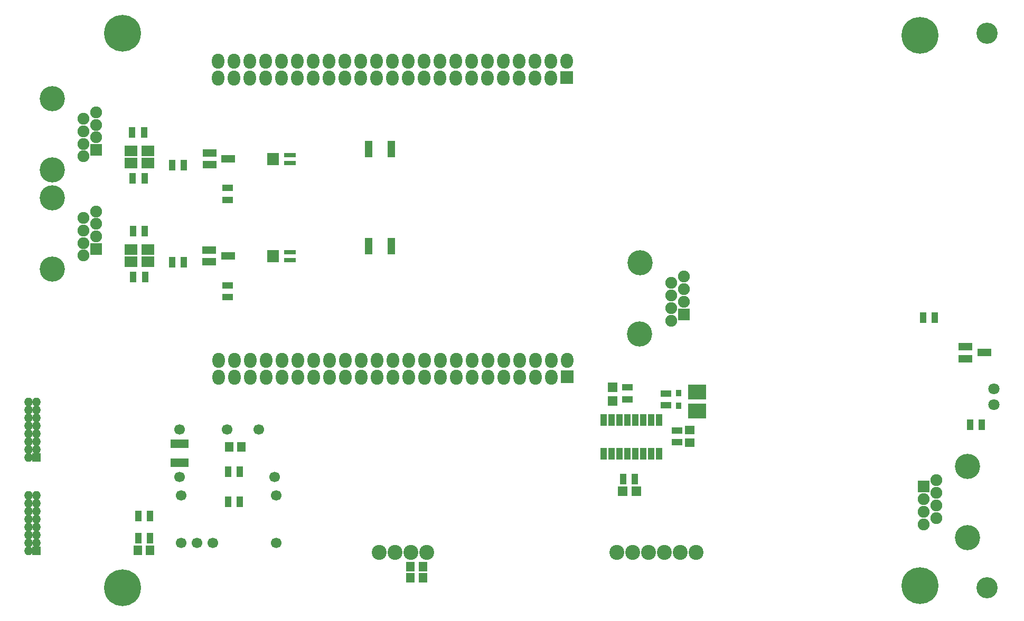
<source format=gbr>
G04 #@! TF.FileFunction,Soldermask,Bot*
%FSLAX46Y46*%
G04 Gerber Fmt 4.6, Leading zero omitted, Abs format (unit mm)*
G04 Created by KiCad (PCBNEW 4.0.4+e1-6308~48~ubuntu15.10.1-stable) date Thu Mar 22 15:52:19 2018*
%MOMM*%
%LPD*%
G01*
G04 APERTURE LIST*
%ADD10C,0.100000*%
%ADD11R,1.400000X1.400000*%
%ADD12O,1.400000X1.400000*%
%ADD13R,2.100000X1.700000*%
%ADD14R,1.150000X0.750000*%
%ADD15C,4.050000*%
%ADD16C,1.900000*%
%ADD17R,1.900000X1.900000*%
%ADD18C,5.900000*%
%ADD19C,3.400000*%
%ADD20C,2.400000*%
%ADD21C,1.700000*%
%ADD22C,1.800000*%
%ADD23R,1.900000X0.800000*%
%ADD24R,2.000000X2.000000*%
%ADD25O,2.000000X2.400000*%
%ADD26R,2.300000X1.200000*%
%ADD27R,1.400000X1.650000*%
%ADD28R,1.100000X1.700000*%
%ADD29R,1.700000X1.100000*%
%ADD30R,2.900000X1.400000*%
%ADD31R,2.900000X2.350000*%
%ADD32R,1.650000X1.400000*%
%ADD33R,0.850000X1.000000*%
%ADD34R,1.600000X1.600000*%
%ADD35R,1.000000X1.900000*%
G04 APERTURE END LIST*
D10*
D11*
X35357240Y-108040840D03*
D12*
X34087240Y-108040840D03*
X35357240Y-106770840D03*
X34087240Y-106770840D03*
X35357240Y-105500840D03*
X34087240Y-105500840D03*
X35357240Y-104230840D03*
X34087240Y-104230840D03*
X35357240Y-102960840D03*
X34087240Y-102960840D03*
X35357240Y-101690840D03*
X34087240Y-101690840D03*
X35357240Y-100420840D03*
X34087240Y-100420840D03*
X35357240Y-99150840D03*
X34087240Y-99150840D03*
D13*
X50480840Y-43924000D03*
X50480840Y-45874000D03*
X53180840Y-45874000D03*
X53180840Y-43924000D03*
D14*
X88597240Y-42615840D03*
X88597240Y-43265840D03*
X88597240Y-43915840D03*
X88597240Y-44565840D03*
X92197240Y-42615840D03*
X92197240Y-43265840D03*
X92197240Y-44565840D03*
X92197240Y-43915840D03*
X88597240Y-58215840D03*
X88597240Y-58865840D03*
X88597240Y-59515840D03*
X88597240Y-60165840D03*
X92197240Y-58215840D03*
X92197240Y-58865840D03*
X92197240Y-60165840D03*
X92197240Y-59515840D03*
D15*
X184607240Y-94535840D03*
X184582240Y-105965840D03*
D16*
X179582240Y-96715840D03*
D17*
X177532240Y-97740840D03*
D16*
X179582240Y-98740840D03*
X177532240Y-99765840D03*
X179582240Y-100765840D03*
X177532240Y-101790840D03*
X179582240Y-102790840D03*
X177542240Y-103805840D03*
D13*
X50450000Y-59750000D03*
X50450000Y-61700000D03*
X53150000Y-61700000D03*
X53150000Y-59750000D03*
D18*
X176939100Y-25343000D03*
X49088200Y-25001000D03*
X49088200Y-114001000D03*
D19*
X187758200Y-114001000D03*
X187758200Y-25001000D03*
D18*
X176939100Y-113659000D03*
D20*
X141037240Y-108300840D03*
X138497240Y-108300840D03*
X135957240Y-108300840D03*
X133417240Y-108300840D03*
X130877240Y-108300840D03*
X128337240Y-108300840D03*
X90237240Y-108300840D03*
X92777240Y-108300840D03*
X95317240Y-108300840D03*
X97857240Y-108300840D03*
D21*
X73497240Y-96190840D03*
X70957240Y-88570840D03*
X65877240Y-88570840D03*
X58257240Y-96190840D03*
X58257240Y-88570840D03*
X58517240Y-106780840D03*
X61057240Y-106780840D03*
X63597240Y-106780840D03*
X73757240Y-106780840D03*
X73757240Y-99160840D03*
X58517240Y-99160840D03*
D11*
X35357240Y-93040840D03*
D12*
X34087240Y-93040840D03*
X35357240Y-91770840D03*
X34087240Y-91770840D03*
X35357240Y-90500840D03*
X34087240Y-90500840D03*
X35357240Y-89230840D03*
X34087240Y-89230840D03*
X35357240Y-87960840D03*
X34087240Y-87960840D03*
X35357240Y-86690840D03*
X34087240Y-86690840D03*
X35357240Y-85420840D03*
X34087240Y-85420840D03*
X35357240Y-84150840D03*
X34087240Y-84150840D03*
D22*
X188857240Y-82060840D03*
X188857240Y-84600840D03*
D23*
X73267240Y-61440840D03*
X73267240Y-60790840D03*
X73267240Y-60140840D03*
X75927240Y-60140840D03*
X75927240Y-61440840D03*
X73267240Y-45840840D03*
X73267240Y-45190840D03*
X73267240Y-44540840D03*
X75927240Y-44540840D03*
X75927240Y-45840840D03*
D24*
X120370000Y-80135000D03*
D25*
X120370000Y-77495000D03*
X117830000Y-80235000D03*
X117830000Y-77495000D03*
X115290000Y-80235000D03*
X115290000Y-77495000D03*
X112750000Y-80235000D03*
X112750000Y-77495000D03*
X110210000Y-80235000D03*
X110210000Y-77495000D03*
X107670000Y-80235000D03*
X107670000Y-77495000D03*
X105130000Y-80235000D03*
X105130000Y-77495000D03*
X102590000Y-80235000D03*
X102590000Y-77495000D03*
X100050000Y-80235000D03*
X100050000Y-77495000D03*
X97510000Y-80235000D03*
X97510000Y-77495000D03*
X94970000Y-80235000D03*
X94970000Y-77495000D03*
X92430000Y-80235000D03*
X92430000Y-77495000D03*
X89890000Y-80235000D03*
X89890000Y-77495000D03*
X87350000Y-80235000D03*
X87350000Y-77495000D03*
X84810000Y-80235000D03*
X84810000Y-77495000D03*
X82270000Y-80235000D03*
X82270000Y-77495000D03*
X79730000Y-80235000D03*
X79730000Y-77495000D03*
X77190000Y-80235000D03*
X77190000Y-77495000D03*
X74650000Y-80235000D03*
X74650000Y-77495000D03*
X72110000Y-80235000D03*
X72110000Y-77495000D03*
X69570000Y-80235000D03*
X69570000Y-77495000D03*
X67030000Y-80235000D03*
X67030000Y-77495000D03*
X64490000Y-80235000D03*
X64490000Y-77495000D03*
D24*
X120340000Y-32115000D03*
D25*
X120340000Y-29475000D03*
X117800000Y-32215000D03*
X117800000Y-29475000D03*
X115260000Y-32215000D03*
X115260000Y-29475000D03*
X112720000Y-32215000D03*
X112720000Y-29475000D03*
X110180000Y-32215000D03*
X110180000Y-29475000D03*
X107640000Y-32215000D03*
X107640000Y-29475000D03*
X105100000Y-32215000D03*
X105100000Y-29475000D03*
X102560000Y-32215000D03*
X102560000Y-29475000D03*
X100020000Y-32215000D03*
X100020000Y-29475000D03*
X97480000Y-32215000D03*
X97480000Y-29475000D03*
X94940000Y-32215000D03*
X94940000Y-29475000D03*
X92400000Y-32215000D03*
X92400000Y-29475000D03*
X89860000Y-32215000D03*
X89860000Y-29475000D03*
X87320000Y-32215000D03*
X87320000Y-29475000D03*
X84780000Y-32215000D03*
X84780000Y-29475000D03*
X82240000Y-32215000D03*
X82240000Y-29475000D03*
X79700000Y-32215000D03*
X79700000Y-29475000D03*
X77160000Y-32215000D03*
X77160000Y-29475000D03*
X74620000Y-32215000D03*
X74620000Y-29475000D03*
X72080000Y-32215000D03*
X72080000Y-29475000D03*
X69540000Y-32215000D03*
X69540000Y-29475000D03*
X67000000Y-32215000D03*
X67000000Y-29475000D03*
X64460000Y-32215000D03*
X64460000Y-29475000D03*
D26*
X63040000Y-61680000D03*
X63040000Y-59780000D03*
X66040000Y-60730000D03*
X63090000Y-46090000D03*
X63090000Y-44190000D03*
X66090000Y-45140000D03*
X184270000Y-77210000D03*
X184270000Y-75310000D03*
X187270000Y-76260000D03*
D27*
X66200000Y-91400000D03*
X68200000Y-91400000D03*
X53557640Y-108000800D03*
X51557640Y-108000800D03*
X95296440Y-112420400D03*
X97296440Y-112420400D03*
X95296440Y-110591600D03*
X97296440Y-110591600D03*
D28*
X52550000Y-40900000D03*
X50650000Y-40900000D03*
X52700000Y-56750000D03*
X50800000Y-56750000D03*
X57047240Y-61790840D03*
X58947240Y-61790840D03*
X57047240Y-46190840D03*
X58947240Y-46190840D03*
D29*
X65997240Y-67340840D03*
X65997240Y-65440840D03*
X65997240Y-51740840D03*
X65997240Y-49840840D03*
D28*
X66050000Y-95400000D03*
X67950000Y-95400000D03*
X67950000Y-100200000D03*
X66050000Y-100200000D03*
X53550000Y-106000000D03*
X51650000Y-106000000D03*
X51650000Y-102500000D03*
X53550000Y-102500000D03*
X184977240Y-87820840D03*
X186877240Y-87820840D03*
X179377240Y-70630840D03*
X177477240Y-70630840D03*
X52750000Y-64100000D03*
X50850000Y-64100000D03*
X52650000Y-48300000D03*
X50750000Y-48300000D03*
D15*
X132047240Y-73295840D03*
X132072240Y-61865840D03*
D16*
X137072240Y-71115840D03*
D17*
X139122240Y-70090840D03*
D16*
X137072240Y-69090840D03*
X139122240Y-68065840D03*
X137072240Y-67065840D03*
X139122240Y-66040840D03*
X137072240Y-65040840D03*
X139112240Y-64025840D03*
D15*
X37847240Y-46955000D03*
X37872240Y-35525000D03*
D16*
X42872240Y-44775000D03*
D17*
X44922240Y-43750000D03*
D16*
X42872240Y-42750000D03*
X44922240Y-41725000D03*
X42872240Y-40725000D03*
X44922240Y-39700000D03*
X42872240Y-38700000D03*
X44912240Y-37685000D03*
D15*
X37847240Y-62865840D03*
X37872240Y-51435840D03*
D16*
X42872240Y-60685840D03*
D17*
X44922240Y-59660840D03*
D16*
X42872240Y-58660840D03*
X44922240Y-57635840D03*
X42872240Y-56635840D03*
X44922240Y-55610840D03*
X42872240Y-54610840D03*
X44912240Y-53595840D03*
D30*
X58280000Y-90900000D03*
X58280000Y-93900000D03*
D31*
X141203640Y-82549000D03*
X141203640Y-85599000D03*
D32*
X140035240Y-88712800D03*
X140035240Y-90712800D03*
D33*
X138257240Y-84819200D03*
X138257240Y-82719200D03*
D34*
X131483240Y-98501200D03*
X129283240Y-98501200D03*
X127690840Y-84056400D03*
X127690840Y-81856400D03*
D29*
X136225240Y-84719200D03*
X136225240Y-82819200D03*
D28*
X129382440Y-96520000D03*
X131282440Y-96520000D03*
D29*
X138003240Y-90662800D03*
X138003240Y-88762800D03*
X130078440Y-81854000D03*
X130078440Y-83754000D03*
D35*
X135133040Y-92463600D03*
X133863040Y-92463600D03*
X132593040Y-92463600D03*
X131323040Y-92463600D03*
X130053040Y-92463600D03*
X128783040Y-92463600D03*
X127513040Y-92463600D03*
X126243040Y-92463600D03*
X126243040Y-87063600D03*
X127513040Y-87063600D03*
X128783040Y-87063600D03*
X130053040Y-87063600D03*
X131323040Y-87063600D03*
X132593040Y-87063600D03*
X133863040Y-87063600D03*
X135133040Y-87063600D03*
M02*

</source>
